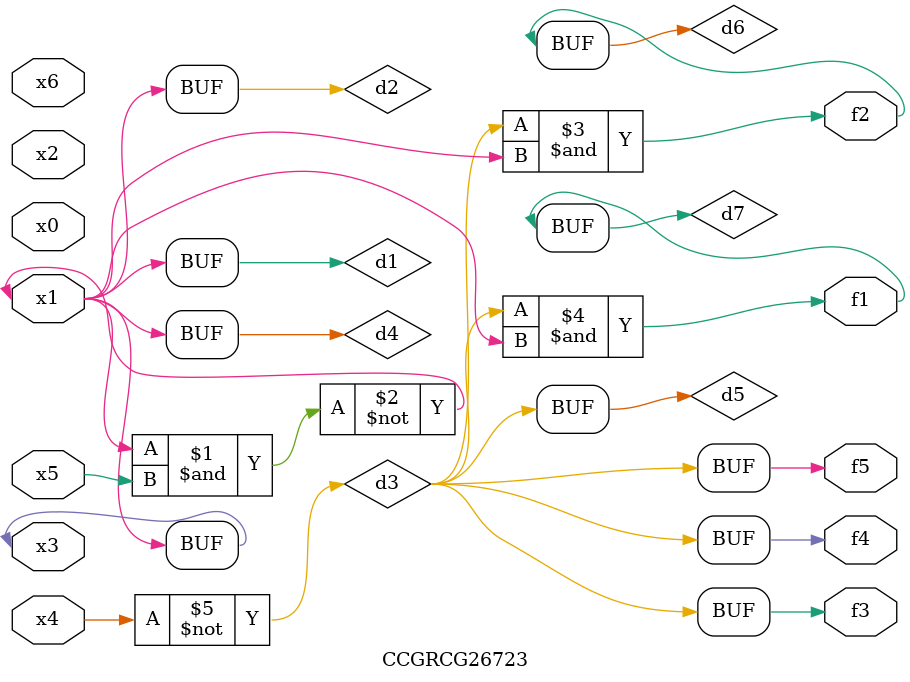
<source format=v>
module CCGRCG26723(
	input x0, x1, x2, x3, x4, x5, x6,
	output f1, f2, f3, f4, f5
);

	wire d1, d2, d3, d4, d5, d6, d7;

	buf (d1, x1, x3);
	nand (d2, x1, x5);
	not (d3, x4);
	buf (d4, d1, d2);
	buf (d5, d3);
	and (d6, d3, d4);
	and (d7, d3, d4);
	assign f1 = d7;
	assign f2 = d6;
	assign f3 = d5;
	assign f4 = d5;
	assign f5 = d5;
endmodule

</source>
